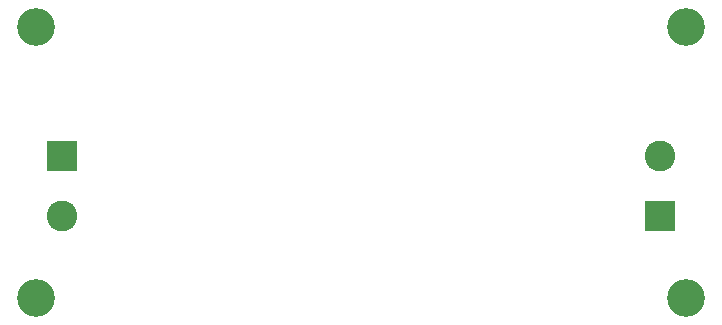
<source format=gbr>
%TF.GenerationSoftware,KiCad,Pcbnew,7.0.8*%
%TF.CreationDate,2023-10-17T18:42:51+11:00*%
%TF.ProjectId,bstconv,62737463-6f6e-4762-9e6b-696361645f70,rev?*%
%TF.SameCoordinates,Original*%
%TF.FileFunction,Soldermask,Bot*%
%TF.FilePolarity,Negative*%
%FSLAX46Y46*%
G04 Gerber Fmt 4.6, Leading zero omitted, Abs format (unit mm)*
G04 Created by KiCad (PCBNEW 7.0.8) date 2023-10-17 18:42:51*
%MOMM*%
%LPD*%
G01*
G04 APERTURE LIST*
%ADD10R,2.600000X2.600000*%
%ADD11C,2.600000*%
%ADD12C,3.200000*%
G04 APERTURE END LIST*
D10*
%TO.C,J1*%
X124695000Y-147455000D03*
D11*
X124695000Y-152535000D03*
%TD*%
D12*
%TO.C,H1*%
X122500000Y-136500000D03*
%TD*%
%TO.C,H4*%
X177500000Y-159500000D03*
%TD*%
D10*
%TO.C,J2*%
X175305000Y-152540000D03*
D11*
X175305000Y-147460000D03*
%TD*%
D12*
%TO.C,H3*%
X122500000Y-159500000D03*
%TD*%
%TO.C,H2*%
X177500000Y-136500000D03*
%TD*%
M02*

</source>
